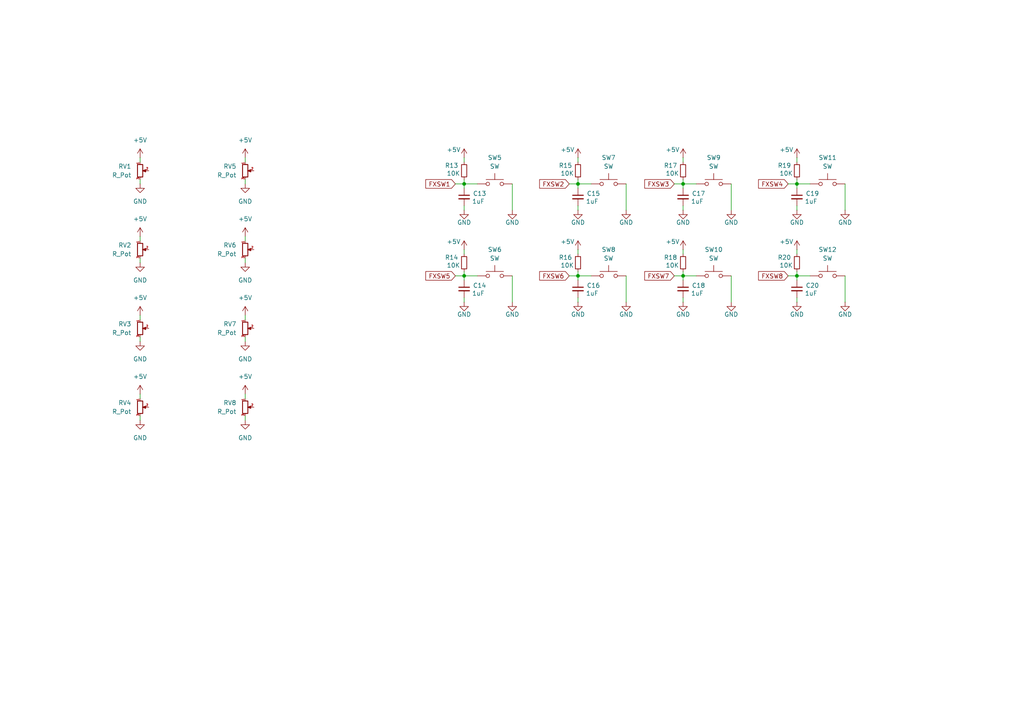
<source format=kicad_sch>
(kicad_sch (version 20231120) (generator "eeschema") (generator_version "8.0")
  (paper "A4")
  (lib_symbols
    (symbol "Device:C_Small" (pin_numbers hide) (pin_names (offset 0.254) hide)
      (property "Reference" "C" (at 0.254 1.778 0))
      (property "Value" "C_Small" (at 0.254 -2.032 0))
      (symbol "C_Small_0_1"
        (polyline (pts (xy -1.524 -0.508) (xy 1.524 -0.508)) (stroke (width 0.3302)))
        (polyline (pts (xy -1.524 0.508) (xy 1.524 0.508)) (stroke (width 0.3048)))
      )
      (symbol "C_Small_1_1"
        (pin passive line (at 0 2.54 270) (length 2.032) (name "~") (number "1"))
        (pin passive line (at 0 -2.54 90) (length 2.032) (name "~") (number "2"))
      )
    )
    (symbol "Device:R_Potentiometer_Small" (pin_names (offset 1.016) hide)
      (property "Reference" "RV" (at -4.445 0 90))
      (property "Value" "R_Potentiometer_Small" (at -2.54 0 90))
      (symbol "R_Potentiometer_Small_0_1"
        (polyline (pts (xy 0.889 0) (xy 0.635 0) (xy 1.651 0.381) (xy 1.651 -0.381) (xy 0.635 0) (xy 0.889 0)) (fill (type outline)))
        (rectangle (start 0.762 1.8034) (end -0.762 -1.8034) (stroke (width 0.254)))
      )
      (symbol "R_Potentiometer_Small_1_1"
        (pin passive line (at 0 2.54 270) (length 0.635) (name "1") (number "1"))
        (pin passive line (at 2.54 0 180) (length 0.9906) (name "2") (number "2"))
        (pin passive line (at 0 -2.54 90) (length 0.635) (name "3") (number "3"))
      )
    )
    (symbol "Device:R_Small" (pin_numbers hide) (pin_names (offset 0.254) hide)
      (property "Reference" "R" (at 0.762 0.508 0))
      (property "Value" "R_Small" (at 0.762 -1.016 0))
      (symbol "R_Small_0_1"
        (rectangle (start -0.762 1.778) (end 0.762 -1.778) (stroke (width 0.2032)))
      )
      (symbol "R_Small_1_1"
        (pin passive line (at 0 2.54 270) (length 0.762) (name "~") (number "1"))
        (pin passive line (at 0 -2.54 90) (length 0.762) (name "~") (number "2"))
      )
    )
    (symbol "Switch:SW_Push" (pin_numbers hide) (pin_names (offset 1.016) hide)
      (property "Reference" "SW" (at 1.27 2.54 0))
      (property "Value" "SW_Push" (at 0 -1.524 0))
      (symbol "SW_Push_0_1"
        (circle (center -2.032 0) (radius 0.508))
        (polyline (pts (xy 0 1.27) (xy 0 3.048)))
        (polyline (pts (xy 2.54 1.27) (xy -2.54 1.27)))
        (circle (center 2.032 0) (radius 0.508))
        (pin passive line (at -5.08 0 0) (length 2.54) (name "1") (number "1"))
        (pin passive line (at 5.08 0 180) (length 2.54) (name "2") (number "2"))
      )
    )
    (symbol "power:+5V" (power) (pin_numbers hide) (pin_names (offset 0) hide)
      (property "Value" "+5V" (at 0 3.556 0))
      (symbol "+5V_0_1"
        (polyline (pts (xy -0.762 1.27) (xy 0 2.54)))
        (polyline (pts (xy 0 0) (xy 0 2.54)))
        (polyline (pts (xy 0 2.54) (xy 0.762 1.27)))
      )
      (symbol "+5V_1_1"
        (pin power_in line (at 0 0 90) (length 0) (name "~") (number "1"))
      )
    )
    (symbol "power:GND" (power) (pin_numbers hide) (pin_names (offset 0) hide)
      (property "Value" "GND" (at 0 -3.81 0))
      (symbol "GND_0_1"
        (polyline (pts (xy 0 0) (xy 0 -1.27) (xy 1.27 -1.27) (xy 0 -2.54) (xy -1.27 -1.27) (xy 0 -1.27)))
      )
      (symbol "GND_1_1"
        (pin power_in line (at 0 0 270) (length 0) (name "~") (number "1"))
      )
    )
  )
  (junction (at 167.64 80.01))
  (junction (at 134.62 80.01))
  (junction (at 231.14 80.01))
  (junction (at 134.62 53.34))
  (junction (at 231.14 53.34))
  (junction (at 167.64 53.34))
  (junction (at 198.12 80.01))
  (junction (at 198.12 53.34))
  (wire (pts (xy 132.08 80.01) (xy 134.62 80.01)))
  (wire (pts (xy 198.12 86.36) (xy 198.12 87.63)))
  (wire (pts (xy 71.12 45.72) (xy 71.12 46.99)))
  (wire (pts (xy 231.14 80.01) (xy 234.95 80.01)))
  (wire (pts (xy 231.14 80.01) (xy 231.14 78.74)))
  (wire (pts (xy 71.12 68.58) (xy 71.12 69.85)))
  (wire (pts (xy 198.12 72.39) (xy 198.12 73.66)))
  (wire (pts (xy 231.14 81.28) (xy 231.14 80.01)))
  (wire (pts (xy 198.12 59.69) (xy 198.12 60.96)))
  (wire (pts (xy 228.6 80.01) (xy 231.14 80.01)))
  (wire (pts (xy 231.14 72.39) (xy 231.14 73.66)))
  (wire (pts (xy 134.62 80.01) (xy 138.43 80.01)))
  (wire (pts (xy 167.64 86.36) (xy 167.64 87.63)))
  (wire (pts (xy 231.14 54.61) (xy 231.14 53.34)))
  (wire (pts (xy 228.6 53.34) (xy 231.14 53.34)))
  (wire (pts (xy 71.12 74.93) (xy 71.12 76.2)))
  (wire (pts (xy 165.1 53.34) (xy 167.64 53.34)))
  (wire (pts (xy 167.64 54.61) (xy 167.64 53.34)))
  (wire (pts (xy 71.12 52.07) (xy 71.12 53.34)))
  (wire (pts (xy 245.11 53.34) (xy 245.11 60.96)))
  (wire (pts (xy 231.14 45.72) (xy 231.14 46.99)))
  (wire (pts (xy 198.12 80.01) (xy 198.12 78.74)))
  (wire (pts (xy 198.12 80.01) (xy 201.93 80.01)))
  (wire (pts (xy 181.61 53.34) (xy 181.61 60.96)))
  (wire (pts (xy 181.61 80.01) (xy 181.61 87.63)))
  (wire (pts (xy 231.14 53.34) (xy 234.95 53.34)))
  (wire (pts (xy 167.64 45.72) (xy 167.64 46.99)))
  (wire (pts (xy 195.58 80.01) (xy 198.12 80.01)))
  (wire (pts (xy 134.62 45.72) (xy 134.62 46.99)))
  (wire (pts (xy 231.14 86.36) (xy 231.14 87.63)))
  (wire (pts (xy 71.12 97.79) (xy 71.12 99.06)))
  (wire (pts (xy 167.64 81.28) (xy 167.64 80.01)))
  (wire (pts (xy 167.64 80.01) (xy 171.45 80.01)))
  (wire (pts (xy 40.64 97.79) (xy 40.64 99.06)))
  (wire (pts (xy 212.09 53.34) (xy 212.09 60.96)))
  (wire (pts (xy 132.08 53.34) (xy 134.62 53.34)))
  (wire (pts (xy 134.62 53.34) (xy 138.43 53.34)))
  (wire (pts (xy 71.12 91.44) (xy 71.12 92.71)))
  (wire (pts (xy 148.59 80.01) (xy 148.59 87.63)))
  (wire (pts (xy 134.62 54.61) (xy 134.62 53.34)))
  (wire (pts (xy 134.62 72.39) (xy 134.62 73.66)))
  (wire (pts (xy 198.12 54.61) (xy 198.12 53.34)))
  (wire (pts (xy 167.64 53.34) (xy 171.45 53.34)))
  (wire (pts (xy 167.64 80.01) (xy 167.64 78.74)))
  (wire (pts (xy 71.12 114.3) (xy 71.12 115.57)))
  (wire (pts (xy 167.64 53.34) (xy 167.64 52.07)))
  (wire (pts (xy 40.64 120.65) (xy 40.64 121.92)))
  (wire (pts (xy 134.62 86.36) (xy 134.62 87.63)))
  (wire (pts (xy 165.1 80.01) (xy 167.64 80.01)))
  (wire (pts (xy 134.62 53.34) (xy 134.62 52.07)))
  (wire (pts (xy 134.62 81.28) (xy 134.62 80.01)))
  (wire (pts (xy 40.64 91.44) (xy 40.64 92.71)))
  (wire (pts (xy 40.64 68.58) (xy 40.64 69.85)))
  (wire (pts (xy 231.14 59.69) (xy 231.14 60.96)))
  (wire (pts (xy 231.14 53.34) (xy 231.14 52.07)))
  (wire (pts (xy 195.58 53.34) (xy 198.12 53.34)))
  (wire (pts (xy 40.64 114.3) (xy 40.64 115.57)))
  (wire (pts (xy 148.59 53.34) (xy 148.59 60.96)))
  (wire (pts (xy 167.64 72.39) (xy 167.64 73.66)))
  (wire (pts (xy 198.12 81.28) (xy 198.12 80.01)))
  (wire (pts (xy 245.11 80.01) (xy 245.11 87.63)))
  (wire (pts (xy 40.64 52.07) (xy 40.64 53.34)))
  (wire (pts (xy 198.12 53.34) (xy 198.12 52.07)))
  (wire (pts (xy 71.12 120.65) (xy 71.12 121.92)))
  (wire (pts (xy 134.62 59.69) (xy 134.62 60.96)))
  (wire (pts (xy 40.64 74.93) (xy 40.64 76.2)))
  (wire (pts (xy 198.12 53.34) (xy 201.93 53.34)))
  (wire (pts (xy 198.12 45.72) (xy 198.12 46.99)))
  (wire (pts (xy 167.64 59.69) (xy 167.64 60.96)))
  (wire (pts (xy 134.62 80.01) (xy 134.62 78.74)))
  (wire (pts (xy 40.64 45.72) (xy 40.64 46.99)))
  (wire (pts (xy 212.09 80.01) (xy 212.09 87.63)))
  (global_label "FXSW8" (shape input) (at 228.6 80.01 180) (property "Intersheetrefs" "${INTERSHEET_REFS}" (effects (hide yes))))
  (global_label "FXSW5" (shape input) (at 132.08 80.01 180) (property "Intersheetrefs" "${INTERSHEET_REFS}" (effects (hide yes))))
  (global_label "FXSW7" (shape input) (at 195.58 80.01 180) (property "Intersheetrefs" "${INTERSHEET_REFS}" (effects (hide yes))))
  (global_label "FXSW4" (shape input) (at 228.6 53.34 180) (property "Intersheetrefs" "${INTERSHEET_REFS}" (effects (hide yes))))
  (global_label "FXSW1" (shape input) (at 132.08 53.34 180) (property "Intersheetrefs" "${INTERSHEET_REFS}" (effects (hide yes))))
  (global_label "FXSW2" (shape input) (at 165.1 53.34 180) (property "Intersheetrefs" "${INTERSHEET_REFS}" (effects (hide yes))))
  (global_label "FXSW3" (shape input) (at 195.58 53.34 180) (property "Intersheetrefs" "${INTERSHEET_REFS}" (effects (hide yes))))
  (global_label "FXSW6" (shape input) (at 165.1 80.01 180) (property "Intersheetrefs" "${INTERSHEET_REFS}" (effects (hide yes))))
  (symbol (lib_id "Device:R_Potentiometer_Small") (at 40.64 49.53 0) (unit 1)
    (property "Reference" "RV1" (at 38.1 48.2599 0) (effects (justify right)))
    (property "Value" "R_Pot" (at 38.1 50.7999 0) (effects (justify right)))
    (property "Description" "Potentiometer" (effects (hide yes)))
  )
  (symbol (lib_id "Switch:SW_Push") (at 207.01 80.01 0) (unit 1)
    (property "Reference" "SW10" (at 207.01 72.39 0))
    (property "Value" "SW" (at 207.01 74.93 0))
    (property "Description" "Push button switch, generic, two pins" (effects (hide yes)))
  )
  (symbol (lib_id "power:GND") (at 71.12 99.06 0) (mirror y) (unit 1)
    (property "Reference" "#PWR014" (effects (hide yes)))
    (property "Value" "GND" (at 71.12 104.14 0))
    (property "Description" "Power symbol creates a global label with name \"GND\" , ground" (effects (hide yes)))
  )
  (symbol (lib_id "power:GND") (at 134.62 60.96 0) (mirror y) (unit 1)
    (property "Reference" "#PWR050" (effects (hide yes)))
    (property "Value" "GND" (at 134.62 64.516 0))
    (property "Description" "Power symbol creates a global label with name \"GND\" , ground" (effects (hide yes)))
  )
  (symbol (lib_id "Device:R_Small") (at 167.64 76.2 0) (unit 1)
    (property "Reference" "R16" (at 162.052 74.676 0) (effects (justify left)))
    (property "Value" "10K" (at 162.56 76.962 0) (effects (justify left)))
    (property "Description" "Resistor, small symbol" (effects (hide yes)))
  )
  (symbol (lib_id "Device:R_Small") (at 134.62 76.2 0) (unit 1)
    (property "Reference" "R14" (at 129.032 74.676 0) (effects (justify left)))
    (property "Value" "10K" (at 129.54 76.962 0) (effects (justify left)))
    (property "Description" "Resistor, small symbol" (effects (hide yes)))
  )
  (symbol (lib_id "Device:R_Small") (at 231.14 49.53 0) (unit 1)
    (property "Reference" "R19" (at 225.552 48.006 0) (effects (justify left)))
    (property "Value" "10K" (at 226.06 50.292 0) (effects (justify left)))
    (property "Description" "Resistor, small symbol" (effects (hide yes)))
  )
  (symbol (lib_id "power:GND") (at 245.11 87.63 0) (mirror y) (unit 1)
    (property "Reference" "#PWR072" (effects (hide yes)))
    (property "Value" "GND" (at 245.11 91.186 0))
    (property "Description" "Power symbol creates a global label with name \"GND\" , ground" (effects (hide yes)))
  )
  (symbol (lib_id "Device:R_Potentiometer_Small") (at 71.12 72.39 0) (unit 1)
    (property "Reference" "RV6" (at 68.58 71.1199 0) (effects (justify right)))
    (property "Value" "R_Pot" (at 68.58 73.6599 0) (effects (justify right)))
    (property "Description" "Potentiometer" (effects (hide yes)))
  )
  (symbol (lib_id "Device:R_Potentiometer_Small") (at 71.12 49.53 0) (unit 1)
    (property "Reference" "RV5" (at 68.58 48.2599 0) (effects (justify right)))
    (property "Value" "R_Pot" (at 68.58 50.7999 0) (effects (justify right)))
    (property "Description" "Potentiometer" (effects (hide yes)))
  )
  (symbol (lib_id "Device:R_Small") (at 167.64 49.53 0) (unit 1)
    (property "Reference" "R15" (at 162.052 48.006 0) (effects (justify left)))
    (property "Value" "10K" (at 162.56 50.292 0) (effects (justify left)))
    (property "Description" "Resistor, small symbol" (effects (hide yes)))
  )
  (symbol (lib_id "Device:R_Small") (at 134.62 49.53 0) (unit 1)
    (property "Reference" "R13" (at 129.032 48.006 0) (effects (justify left)))
    (property "Value" "10K" (at 129.54 50.292 0) (effects (justify left)))
    (property "Description" "Resistor, small symbol" (effects (hide yes)))
  )
  (symbol (lib_id "power:+5V") (at 40.64 45.72 0) (unit 1)
    (property "Reference" "#PWR01" (effects (hide yes)))
    (property "Value" "+5V" (at 40.64 40.64 0))
    (property "Description" "Power symbol creates a global label with name \"+5V\"" (effects (hide yes)))
  )
  (symbol (lib_id "power:GND") (at 40.64 99.06 0) (mirror y) (unit 1)
    (property "Reference" "#PWR06" (effects (hide yes)))
    (property "Value" "GND" (at 40.64 104.14 0))
    (property "Description" "Power symbol creates a global label with name \"GND\" , ground" (effects (hide yes)))
  )
  (symbol (lib_id "power:GND") (at 167.64 87.63 0) (mirror y) (unit 1)
    (property "Reference" "#PWR058" (effects (hide yes)))
    (property "Value" "GND" (at 167.64 91.186 0))
    (property "Description" "Power symbol creates a global label with name \"GND\" , ground" (effects (hide yes)))
  )
  (symbol (lib_id "power:+5V") (at 134.62 72.39 0) (unit 1)
    (property "Reference" "#PWR051" (effects (hide yes)))
    (property "Value" "+5V" (at 131.572 70.104 0))
    (property "Description" "Power symbol creates a global label with name \"+5V\"" (effects (hide yes)))
  )
  (symbol (lib_id "Switch:SW_Push") (at 207.01 53.34 0) (unit 1)
    (property "Reference" "SW9" (at 207.01 45.72 0))
    (property "Value" "SW" (at 207.01 48.26 0))
    (property "Description" "Push button switch, generic, two pins" (effects (hide yes)))
  )
  (symbol (lib_id "Switch:SW_Push") (at 176.53 53.34 0) (unit 1)
    (property "Reference" "SW7" (at 176.53 45.72 0))
    (property "Value" "SW" (at 176.53 48.26 0))
    (property "Description" "Push button switch, generic, two pins" (effects (hide yes)))
  )
  (symbol (lib_id "Device:C_Small") (at 231.14 57.15 0) (unit 1)
    (property "Reference" "C19" (at 233.68 56.134 0) (effects (justify left)))
    (property "Value" "1uF" (at 233.426 58.42 0) (effects (justify left)))
    (property "Description" "Unpolarized capacitor, small symbol" (effects (hide yes)))
  )
  (symbol (lib_id "power:+5V") (at 40.64 91.44 0) (unit 1)
    (property "Reference" "#PWR05" (effects (hide yes)))
    (property "Value" "+5V" (at 40.64 86.36 0))
    (property "Description" "Power symbol creates a global label with name \"+5V\"" (effects (hide yes)))
  )
  (symbol (lib_id "power:+5V") (at 167.64 72.39 0) (unit 1)
    (property "Reference" "#PWR057" (effects (hide yes)))
    (property "Value" "+5V" (at 164.592 70.104 0))
    (property "Description" "Power symbol creates a global label with name \"+5V\"" (effects (hide yes)))
  )
  (symbol (lib_id "Device:R_Small") (at 198.12 49.53 0) (unit 1)
    (property "Reference" "R17" (at 192.532 48.006 0) (effects (justify left)))
    (property "Value" "10K" (at 193.04 50.292 0) (effects (justify left)))
    (property "Description" "Resistor, small symbol" (effects (hide yes)))
  )
  (symbol (lib_id "power:+5V") (at 198.12 72.39 0) (unit 1)
    (property "Reference" "#PWR063" (effects (hide yes)))
    (property "Value" "+5V" (at 195.072 70.104 0))
    (property "Description" "Power symbol creates a global label with name \"+5V\"" (effects (hide yes)))
  )
  (symbol (lib_id "power:GND") (at 167.64 60.96 0) (mirror y) (unit 1)
    (property "Reference" "#PWR056" (effects (hide yes)))
    (property "Value" "GND" (at 167.64 64.516 0))
    (property "Description" "Power symbol creates a global label with name \"GND\" , ground" (effects (hide yes)))
  )
  (symbol (lib_id "power:GND") (at 231.14 60.96 0) (mirror y) (unit 1)
    (property "Reference" "#PWR068" (effects (hide yes)))
    (property "Value" "GND" (at 231.14 64.516 0))
    (property "Description" "Power symbol creates a global label with name \"GND\" , ground" (effects (hide yes)))
  )
  (symbol (lib_id "power:+5V") (at 71.12 45.72 0) (unit 1)
    (property "Reference" "#PWR09" (effects (hide yes)))
    (property "Value" "+5V" (at 71.12 40.64 0))
    (property "Description" "Power symbol creates a global label with name \"+5V\"" (effects (hide yes)))
  )
  (symbol (lib_id "Device:C_Small") (at 231.14 83.82 0) (unit 1)
    (property "Reference" "C20" (at 233.68 82.804 0) (effects (justify left)))
    (property "Value" "1uF" (at 233.426 85.09 0) (effects (justify left)))
    (property "Description" "Unpolarized capacitor, small symbol" (effects (hide yes)))
  )
  (symbol (lib_id "Device:R_Potentiometer_Small") (at 71.12 95.25 0) (unit 1)
    (property "Reference" "RV7" (at 68.58 93.9799 0) (effects (justify right)))
    (property "Value" "R_Pot" (at 68.58 96.5199 0) (effects (justify right)))
    (property "Description" "Potentiometer" (effects (hide yes)))
  )
  (symbol (lib_id "power:+5V") (at 134.62 45.72 0) (unit 1)
    (property "Reference" "#PWR049" (effects (hide yes)))
    (property "Value" "+5V" (at 131.572 43.434 0))
    (property "Description" "Power symbol creates a global label with name \"+5V\"" (effects (hide yes)))
  )
  (symbol (lib_id "power:GND") (at 40.64 121.92 0) (mirror y) (unit 1)
    (property "Reference" "#PWR08" (effects (hide yes)))
    (property "Value" "GND" (at 40.64 127 0))
    (property "Description" "Power symbol creates a global label with name \"GND\" , ground" (effects (hide yes)))
  )
  (symbol (lib_id "power:+5V") (at 231.14 72.39 0) (unit 1)
    (property "Reference" "#PWR069" (effects (hide yes)))
    (property "Value" "+5V" (at 228.092 70.104 0))
    (property "Description" "Power symbol creates a global label with name \"+5V\"" (effects (hide yes)))
  )
  (symbol (lib_id "power:+5V") (at 71.12 114.3 0) (unit 1)
    (property "Reference" "#PWR015" (effects (hide yes)))
    (property "Value" "+5V" (at 71.12 109.22 0))
    (property "Description" "Power symbol creates a global label with name \"+5V\"" (effects (hide yes)))
  )
  (symbol (lib_id "power:GND") (at 198.12 87.63 0) (mirror y) (unit 1)
    (property "Reference" "#PWR064" (effects (hide yes)))
    (property "Value" "GND" (at 198.12 91.186 0))
    (property "Description" "Power symbol creates a global label with name \"GND\" , ground" (effects (hide yes)))
  )
  (symbol (lib_id "Device:R_Potentiometer_Small") (at 40.64 72.39 0) (unit 1)
    (property "Reference" "RV2" (at 38.1 71.1199 0) (effects (justify right)))
    (property "Value" "R_Pot" (at 38.1 73.6599 0) (effects (justify right)))
    (property "Description" "Potentiometer" (effects (hide yes)))
  )
  (symbol (lib_id "Switch:SW_Push") (at 240.03 53.34 0) (unit 1)
    (property "Reference" "SW11" (at 240.03 45.72 0))
    (property "Value" "SW" (at 240.03 48.26 0))
    (property "Description" "Push button switch, generic, two pins" (effects (hide yes)))
  )
  (symbol (lib_id "Device:R_Potentiometer_Small") (at 40.64 95.25 0) (unit 1)
    (property "Reference" "RV3" (at 38.1 93.9799 0) (effects (justify right)))
    (property "Value" "R_Pot" (at 38.1 96.5199 0) (effects (justify right)))
    (property "Description" "Potentiometer" (effects (hide yes)))
  )
  (symbol (lib_id "Device:R_Potentiometer_Small") (at 40.64 118.11 0) (unit 1)
    (property "Reference" "RV4" (at 38.1 116.8399 0) (effects (justify right)))
    (property "Value" "R_Pot" (at 38.1 119.3799 0) (effects (justify right)))
    (property "Description" "Potentiometer" (effects (hide yes)))
  )
  (symbol (lib_id "Device:C_Small") (at 134.62 57.15 0) (unit 1)
    (property "Reference" "C13" (at 137.16 56.134 0) (effects (justify left)))
    (property "Value" "1uF" (at 136.906 58.42 0) (effects (justify left)))
    (property "Description" "Unpolarized capacitor, small symbol" (effects (hide yes)))
  )
  (symbol (lib_id "power:+5V") (at 167.64 45.72 0) (unit 1)
    (property "Reference" "#PWR055" (effects (hide yes)))
    (property "Value" "+5V" (at 164.592 43.434 0))
    (property "Description" "Power symbol creates a global label with name \"+5V\"" (effects (hide yes)))
  )
  (symbol (lib_id "power:GND") (at 148.59 60.96 0) (mirror y) (unit 1)
    (property "Reference" "#PWR053" (effects (hide yes)))
    (property "Value" "GND" (at 148.59 64.516 0))
    (property "Description" "Power symbol creates a global label with name \"GND\" , ground" (effects (hide yes)))
  )
  (symbol (lib_id "power:GND") (at 231.14 87.63 0) (mirror y) (unit 1)
    (property "Reference" "#PWR070" (effects (hide yes)))
    (property "Value" "GND" (at 231.14 91.186 0))
    (property "Description" "Power symbol creates a global label with name \"GND\" , ground" (effects (hide yes)))
  )
  (symbol (lib_id "Device:C_Small") (at 134.62 83.82 0) (unit 1)
    (property "Reference" "C14" (at 137.16 82.804 0) (effects (justify left)))
    (property "Value" "1uF" (at 136.906 85.09 0) (effects (justify left)))
    (property "Description" "Unpolarized capacitor, small symbol" (effects (hide yes)))
  )
  (symbol (lib_id "power:GND") (at 71.12 76.2 0) (mirror y) (unit 1)
    (property "Reference" "#PWR012" (effects (hide yes)))
    (property "Value" "GND" (at 71.12 81.28 0))
    (property "Description" "Power symbol creates a global label with name \"GND\" , ground" (effects (hide yes)))
  )
  (symbol (lib_id "power:+5V") (at 40.64 68.58 0) (unit 1)
    (property "Reference" "#PWR03" (effects (hide yes)))
    (property "Value" "+5V" (at 40.64 63.5 0))
    (property "Description" "Power symbol creates a global label with name \"+5V\"" (effects (hide yes)))
  )
  (symbol (lib_id "Device:R_Small") (at 231.14 76.2 0) (unit 1)
    (property "Reference" "R20" (at 225.552 74.676 0) (effects (justify left)))
    (property "Value" "10K" (at 226.06 76.962 0) (effects (justify left)))
    (property "Description" "Resistor, small symbol" (effects (hide yes)))
  )
  (symbol (lib_id "power:GND") (at 40.64 53.34 0) (mirror y) (unit 1)
    (property "Reference" "#PWR02" (effects (hide yes)))
    (property "Value" "GND" (at 40.64 58.42 0))
    (property "Description" "Power symbol creates a global label with name \"GND\" , ground" (effects (hide yes)))
  )
  (symbol (lib_id "power:+5V") (at 71.12 91.44 0) (unit 1)
    (property "Reference" "#PWR013" (effects (hide yes)))
    (property "Value" "+5V" (at 71.12 86.36 0))
    (property "Description" "Power symbol creates a global label with name \"+5V\"" (effects (hide yes)))
  )
  (symbol (lib_id "power:+5V") (at 71.12 68.58 0) (unit 1)
    (property "Reference" "#PWR011" (effects (hide yes)))
    (property "Value" "+5V" (at 71.12 63.5 0))
    (property "Description" "Power symbol creates a global label with name \"+5V\"" (effects (hide yes)))
  )
  (symbol (lib_id "power:GND") (at 71.12 53.34 0) (mirror y) (unit 1)
    (property "Reference" "#PWR010" (effects (hide yes)))
    (property "Value" "GND" (at 71.12 58.42 0))
    (property "Description" "Power symbol creates a global label with name \"GND\" , ground" (effects (hide yes)))
  )
  (symbol (lib_id "power:GND") (at 212.09 87.63 0) (mirror y) (unit 1)
    (property "Reference" "#PWR066" (effects (hide yes)))
    (property "Value" "GND" (at 212.09 91.186 0))
    (property "Description" "Power symbol creates a global label with name \"GND\" , ground" (effects (hide yes)))
  )
  (symbol (lib_id "power:GND") (at 181.61 87.63 0) (mirror y) (unit 1)
    (property "Reference" "#PWR060" (effects (hide yes)))
    (property "Value" "GND" (at 181.61 91.186 0))
    (property "Description" "Power symbol creates a global label with name \"GND\" , ground" (effects (hide yes)))
  )
  (symbol (lib_id "power:+5V") (at 198.12 45.72 0) (unit 1)
    (property "Reference" "#PWR061" (effects (hide yes)))
    (property "Value" "+5V" (at 195.072 43.434 0))
    (property "Description" "Power symbol creates a global label with name \"+5V\"" (effects (hide yes)))
  )
  (symbol (lib_id "power:GND") (at 40.64 76.2 0) (mirror y) (unit 1)
    (property "Reference" "#PWR04" (effects (hide yes)))
    (property "Value" "GND" (at 40.64 81.28 0))
    (property "Description" "Power symbol creates a global label with name \"GND\" , ground" (effects (hide yes)))
  )
  (symbol (lib_id "power:+5V") (at 231.14 45.72 0) (unit 1)
    (property "Reference" "#PWR067" (effects (hide yes)))
    (property "Value" "+5V" (at 228.092 43.434 0))
    (property "Description" "Power symbol creates a global label with name \"+5V\"" (effects (hide yes)))
  )
  (symbol (lib_id "Switch:SW_Push") (at 143.51 53.34 0) (unit 1)
    (property "Reference" "SW5" (at 143.51 45.72 0))
    (property "Value" "SW" (at 143.51 48.26 0))
    (property "Description" "Push button switch, generic, two pins" (effects (hide yes)))
  )
  (symbol (lib_id "power:GND") (at 245.11 60.96 0) (mirror y) (unit 1)
    (property "Reference" "#PWR071" (effects (hide yes)))
    (property "Value" "GND" (at 245.11 64.516 0))
    (property "Description" "Power symbol creates a global label with name \"GND\" , ground" (effects (hide yes)))
  )
  (symbol (lib_id "power:GND") (at 134.62 87.63 0) (mirror y) (unit 1)
    (property "Reference" "#PWR052" (effects (hide yes)))
    (property "Value" "GND" (at 134.62 91.186 0))
    (property "Description" "Power symbol creates a global label with name \"GND\" , ground" (effects (hide yes)))
  )
  (symbol (lib_id "power:GND") (at 181.61 60.96 0) (mirror y) (unit 1)
    (property "Reference" "#PWR059" (effects (hide yes)))
    (property "Value" "GND" (at 181.61 64.516 0))
    (property "Description" "Power symbol creates a global label with name \"GND\" , ground" (effects (hide yes)))
  )
  (symbol (lib_id "Switch:SW_Push") (at 240.03 80.01 0) (unit 1)
    (property "Reference" "SW12" (at 240.03 72.39 0))
    (property "Value" "SW" (at 240.03 74.93 0))
    (property "Description" "Push button switch, generic, two pins" (effects (hide yes)))
  )
  (symbol (lib_id "Device:C_Small") (at 167.64 83.82 0) (unit 1)
    (property "Reference" "C16" (at 170.18 82.804 0) (effects (justify left)))
    (property "Value" "1uF" (at 169.926 85.09 0) (effects (justify left)))
    (property "Description" "Unpolarized capacitor, small symbol" (effects (hide yes)))
  )
  (symbol (lib_id "power:GND") (at 71.12 121.92 0) (mirror y) (unit 1)
    (property "Reference" "#PWR016" (effects (hide yes)))
    (property "Value" "GND" (at 71.12 127 0))
    (property "Description" "Power symbol creates a global label with name \"GND\" , ground" (effects (hide yes)))
  )
  (symbol (lib_id "power:+5V") (at 40.64 114.3 0) (unit 1)
    (property "Reference" "#PWR07" (effects (hide yes)))
    (property "Value" "+5V" (at 40.64 109.22 0))
    (property "Description" "Power symbol creates a global label with name \"+5V\"" (effects (hide yes)))
  )
  (symbol (lib_id "Device:C_Small") (at 198.12 57.15 0) (unit 1)
    (property "Reference" "C17" (at 200.66 56.134 0) (effects (justify left)))
    (property "Value" "1uF" (at 200.406 58.42 0) (effects (justify left)))
    (property "Description" "Unpolarized capacitor, small symbol" (effects (hide yes)))
  )
  (symbol (lib_id "Switch:SW_Push") (at 143.51 80.01 0) (unit 1)
    (property "Reference" "SW6" (at 143.51 72.39 0))
    (property "Value" "SW" (at 143.51 74.93 0))
    (property "Description" "Push button switch, generic, two pins" (effects (hide yes)))
  )
  (symbol (lib_id "Device:C_Small") (at 198.12 83.82 0) (unit 1)
    (property "Reference" "C18" (at 200.66 82.804 0) (effects (justify left)))
    (property "Value" "1uF" (at 200.406 85.09 0) (effects (justify left)))
    (property "Description" "Unpolarized capacitor, small symbol" (effects (hide yes)))
  )
  (symbol (lib_id "power:GND") (at 198.12 60.96 0) (mirror y) (unit 1)
    (property "Reference" "#PWR062" (effects (hide yes)))
    (property "Value" "GND" (at 198.12 64.516 0))
    (property "Description" "Power symbol creates a global label with name \"GND\" , ground" (effects (hide yes)))
  )
  (symbol (lib_id "Device:R_Potentiometer_Small") (at 71.12 118.11 0) (unit 1)
    (property "Reference" "RV8" (at 68.58 116.8399 0) (effects (justify right)))
    (property "Value" "R_Pot" (at 68.58 119.3799 0) (effects (justify right)))
    (property "Description" "Potentiometer" (effects (hide yes)))
  )
  (symbol (lib_id "Device:R_Small") (at 198.12 76.2 0) (unit 1)
    (property "Reference" "R18" (at 192.532 74.676 0) (effects (justify left)))
    (property "Value" "10K" (at 193.04 76.962 0) (effects (justify left)))
    (property "Description" "Resistor, small symbol" (effects (hide yes)))
  )
  (symbol (lib_id "Device:C_Small") (at 167.64 57.15 0) (unit 1)
    (property "Reference" "C15" (at 170.18 56.134 0) (effects (justify left)))
    (property "Value" "1uF" (at 169.926 58.42 0) (effects (justify left)))
    (property "Description" "Unpolarized capacitor, small symbol" (effects (hide yes)))
  )
  (symbol (lib_id "power:GND") (at 212.09 60.96 0) (mirror y) (unit 1)
    (property "Reference" "#PWR065" (effects (hide yes)))
    (property "Value" "GND" (at 212.09 64.516 0))
    (property "Description" "Power symbol creates a global label with name \"GND\" , ground" (effects (hide yes)))
  )
  (symbol (lib_id "Switch:SW_Push") (at 176.53 80.01 0) (unit 1)
    (property "Reference" "SW8" (at 176.53 72.39 0))
    (property "Value" "SW" (at 176.53 74.93 0))
    (property "Description" "Push button switch, generic, two pins" (effects (hide yes)))
  )
  (symbol (lib_id "power:GND") (at 148.59 87.63 0) (mirror y) (unit 1)
    (property "Reference" "#PWR054" (effects (hide yes)))
    (property "Value" "GND" (at 148.59 91.186 0))
    (property "Description" "Power symbol creates a global label with name \"GND\" , ground" (effects (hide yes)))
  )
)
</source>
